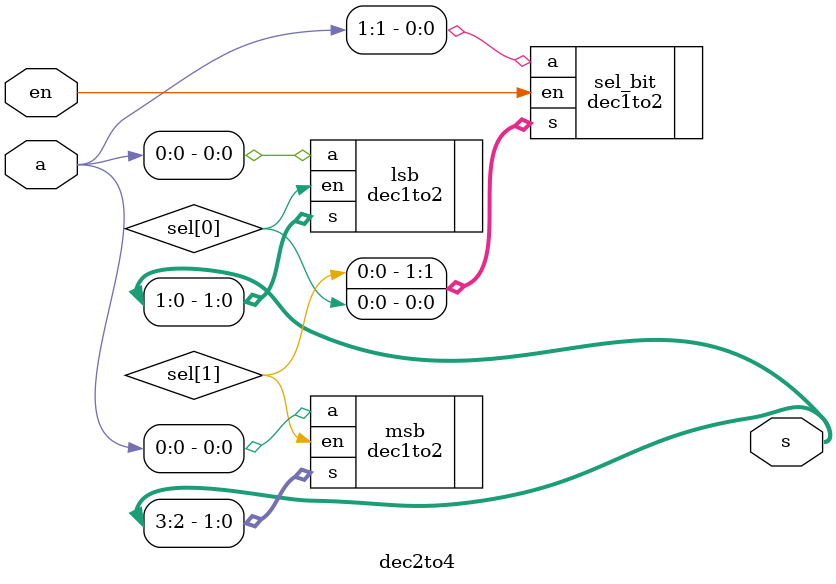
<source format=v>
module dec2to4(
	input 	wire[1:0]	a,
	input 	wire		en,
	output	wire[3:0]	s
);

	wire sel[1:0];
	
	// instance of dec1to2 circuit
	dec1to2 sel_bit( .a(a[1]), .en(en), .s({sel[1], sel[0]}) );

	dec1to2 lsb( .a(a[0]), .en(sel[0]), .s({s[1], s[0]}) );
	dec1to2 msb( .a(a[0]), .en(sel[1]), .s({s[3], s[2]}) );

endmodule

</source>
